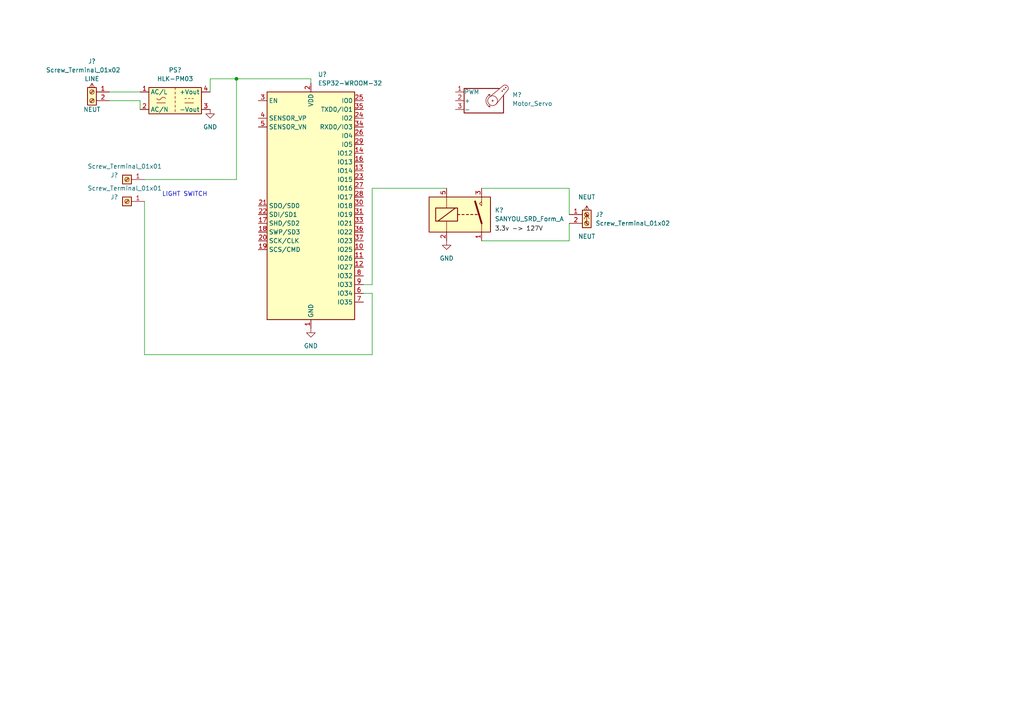
<source format=kicad_sch>
(kicad_sch (version 20211123) (generator eeschema)
  (paper "A4")
  (lib_symbols
    (symbol "Connector:Screw_Terminal_01x01" (pin_names (offset 1.016) hide)
      (property "Reference" "J" (at 0 2.54 0))
      (property "Value" "Screw_Terminal_01x01" (at 0 -2.54 0))
      (symbol "Screw_Terminal_01x01_1_1"
        (rectangle (start -1.27 1.27) (end 1.27 -1.27) (stroke (width 0.254)) (fill (type background)))
        (polyline (pts (xy -0.5334 0.3302) (xy 0.3302 -0.508)) (stroke (width 0.1524)))
        (polyline (pts (xy -0.3556 0.508) (xy 0.508 -0.3302)) (stroke (width 0.1524)))
        (circle (center 0 0) (radius 0.635) (stroke (width 0.1524)))
        (pin passive line (at -5.08 0 0) (length 3.81) (name "Pin_1") (number "1"))
      )
    )
    (symbol "Connector:Screw_Terminal_01x02" (pin_names (offset 1.016) hide)
      (property "Reference" "J" (at 0 2.54 0))
      (property "Value" "Screw_Terminal_01x02" (at 0 -5.08 0))
      (symbol "Screw_Terminal_01x02_1_1"
        (rectangle (start -1.27 1.27) (end 1.27 -3.81) (stroke (width 0.254)) (fill (type background)))
        (circle (center 0 -2.54) (radius 0.635) (stroke (width 0.1524)))
        (polyline (pts (xy -0.5334 -2.2098) (xy 0.3302 -3.048)) (stroke (width 0.1524)))
        (polyline (pts (xy -0.5334 0.3302) (xy 0.3302 -0.508)) (stroke (width 0.1524)))
        (polyline (pts (xy -0.3556 -2.032) (xy 0.508 -2.8702)) (stroke (width 0.1524)))
        (polyline (pts (xy -0.3556 0.508) (xy 0.508 -0.3302)) (stroke (width 0.1524)))
        (circle (center 0 0) (radius 0.635) (stroke (width 0.1524)))
        (pin passive line (at -5.08 0 0) (length 3.81) (name "Pin_1") (number "1"))
        (pin passive line (at -5.08 -2.54 0) (length 3.81) (name "Pin_2") (number "2"))
      )
    )
    (symbol "Converter_ACDC:HLK-PM03"
      (property "Reference" "PS" (at 0 5.08 0))
      (property "Value" "HLK-PM03" (at 0 -5.08 0))
      (symbol "HLK-PM03_0_1"
        (rectangle (start -7.62 3.81) (end 7.62 -3.81) (stroke (width 0.254)) (fill (type background)))
        (arc (start -5.334 0.635) (mid -4.699 0.2495) (end -4.064 0.635))
        (arc (start -2.794 0.635) (mid -3.429 1.0072) (end -4.064 0.635))
        (polyline (pts (xy -5.334 -0.635) (xy -2.794 -0.635)))
        (polyline (pts (xy 0 -2.54) (xy 0 -3.175)))
        (polyline (pts (xy 0 -1.27) (xy 0 -1.905)))
        (polyline (pts (xy 0 0) (xy 0 -0.635)))
        (polyline (pts (xy 0 1.27) (xy 0 0.635)))
        (polyline (pts (xy 0 2.54) (xy 0 1.905)))
        (polyline (pts (xy 0 3.81) (xy 0 3.175)))
        (polyline (pts (xy 2.794 -0.635) (xy 5.334 -0.635)))
        (polyline (pts (xy 2.794 0.635) (xy 3.302 0.635)))
        (polyline (pts (xy 3.81 0.635) (xy 4.318 0.635)))
        (polyline (pts (xy 4.826 0.635) (xy 5.334 0.635)))
      )
      (symbol "HLK-PM03_1_1"
        (pin power_in line (at -10.16 2.54 0) (length 2.54) (name "AC/L") (number "1"))
        (pin power_in line (at -10.16 -2.54 0) (length 2.54) (name "AC/N") (number "2"))
        (pin power_out line (at 10.16 -2.54 180) (length 2.54) (name "-Vout") (number "3"))
        (pin power_out line (at 10.16 2.54 180) (length 2.54) (name "+Vout") (number "4"))
      )
    )
    (symbol "Motor:Motor_Servo" (pin_names (offset 0.0254))
      (property "Reference" "M" (at -5.08 4.445 0))
      (property "Value" "Motor_Servo" (at -5.08 -4.064 0))
      (symbol "Motor_Servo_0_1"
        (polyline (pts (xy 2.413 -1.778) (xy 2.032 -1.778)))
        (polyline (pts (xy 2.413 -1.778) (xy 2.286 -1.397)))
        (polyline (pts (xy 2.413 1.778) (xy 1.905 1.778)))
        (polyline (pts (xy 2.413 1.778) (xy 2.286 1.397)))
        (polyline (pts (xy 6.35 4.445) (xy 2.54 1.27)))
        (polyline (pts (xy 7.62 3.175) (xy 4.191 -1.016)))
        (polyline (pts (xy 5.08 3.556) (xy -5.08 3.556) (xy -5.08 -3.556) (xy 6.35 -3.556) (xy 6.35 1.524)) (stroke (width 0.254)))
        (arc (start 2.413 1.778) (mid 1.2406 0) (end 2.413 -1.778))
        (circle (center 3.175 0) (radius 0.1778))
        (circle (center 3.175 0) (radius 1.4224))
        (circle (center 5.969 2.794) (radius 0.127))
        (circle (center 6.477 3.302) (radius 0.127))
        (circle (center 6.985 3.81) (radius 0.127))
        (arc (start 7.62 3.175) (mid 7.4485 4.2735) (end 6.35 4.445))
      )
      (symbol "Motor_Servo_1_1"
        (pin passive line (at -7.62 2.54 0) (length 2.54) (name "PWM") (number "1"))
        (pin passive line (at -7.62 0 0) (length 2.54) (name "+") (number "2"))
        (pin passive line (at -7.62 -2.54 0) (length 2.54) (name "-") (number "3"))
      )
    )
    (symbol "RF_Module:ESP32-WROOM-32"
      (property "Reference" "U" (at -12.7 34.29 0))
      (property "Value" "ESP32-WROOM-32" (at 1.27 34.29 0))
      (symbol "ESP32-WROOM-32_0_1"
        (rectangle (start -12.7 33.02) (end 12.7 -33.02) (stroke (width 0.254)) (fill (type background)))
      )
      (symbol "ESP32-WROOM-32_1_1"
        (pin power_in line (at 0 -35.56 90) (length 2.54) (name "GND") (number "1"))
        (pin bidirectional line (at 15.24 -12.7 180) (length 2.54) (name "IO25") (number "10"))
        (pin bidirectional line (at 15.24 -15.24 180) (length 2.54) (name "IO26") (number "11"))
        (pin bidirectional line (at 15.24 -17.78 180) (length 2.54) (name "IO27") (number "12"))
        (pin bidirectional line (at 15.24 10.16 180) (length 2.54) (name "IO14") (number "13"))
        (pin bidirectional line (at 15.24 15.24 180) (length 2.54) (name "IO12") (number "14"))
        (pin passive line (at 0 -35.56 90) (length 2.54) hide (name "GND") (number "15"))
        (pin bidirectional line (at 15.24 12.7 180) (length 2.54) (name "IO13") (number "16"))
        (pin bidirectional line (at -15.24 -5.08 0) (length 2.54) (name "SHD/SD2") (number "17"))
        (pin bidirectional line (at -15.24 -7.62 0) (length 2.54) (name "SWP/SD3") (number "18"))
        (pin bidirectional line (at -15.24 -12.7 0) (length 2.54) (name "SCS/CMD") (number "19"))
        (pin power_in line (at 0 35.56 270) (length 2.54) (name "VDD") (number "2"))
        (pin bidirectional line (at -15.24 -10.16 0) (length 2.54) (name "SCK/CLK") (number "20"))
        (pin bidirectional line (at -15.24 0 0) (length 2.54) (name "SDO/SD0") (number "21"))
        (pin bidirectional line (at -15.24 -2.54 0) (length 2.54) (name "SDI/SD1") (number "22"))
        (pin bidirectional line (at 15.24 7.62 180) (length 2.54) (name "IO15") (number "23"))
        (pin bidirectional line (at 15.24 25.4 180) (length 2.54) (name "IO2") (number "24"))
        (pin bidirectional line (at 15.24 30.48 180) (length 2.54) (name "IO0") (number "25"))
        (pin bidirectional line (at 15.24 20.32 180) (length 2.54) (name "IO4") (number "26"))
        (pin bidirectional line (at 15.24 5.08 180) (length 2.54) (name "IO16") (number "27"))
        (pin bidirectional line (at 15.24 2.54 180) (length 2.54) (name "IO17") (number "28"))
        (pin bidirectional line (at 15.24 17.78 180) (length 2.54) (name "IO5") (number "29"))
        (pin input line (at -15.24 30.48 0) (length 2.54) (name "EN") (number "3"))
        (pin bidirectional line (at 15.24 0 180) (length 2.54) (name "IO18") (number "30"))
        (pin bidirectional line (at 15.24 -2.54 180) (length 2.54) (name "IO19") (number "31"))
        (pin no_connect line (at -12.7 -27.94 0) (length 2.54) hide (name "NC") (number "32"))
        (pin bidirectional line (at 15.24 -5.08 180) (length 2.54) (name "IO21") (number "33"))
        (pin bidirectional line (at 15.24 22.86 180) (length 2.54) (name "RXD0/IO3") (number "34"))
        (pin bidirectional line (at 15.24 27.94 180) (length 2.54) (name "TXD0/IO1") (number "35"))
        (pin bidirectional line (at 15.24 -7.62 180) (length 2.54) (name "IO22") (number "36"))
        (pin bidirectional line (at 15.24 -10.16 180) (length 2.54) (name "IO23") (number "37"))
        (pin passive line (at 0 -35.56 90) (length 2.54) hide (name "GND") (number "38"))
        (pin passive line (at 0 -35.56 90) (length 2.54) hide (name "GND") (number "39"))
        (pin input line (at -15.24 25.4 0) (length 2.54) (name "SENSOR_VP") (number "4"))
        (pin input line (at -15.24 22.86 0) (length 2.54) (name "SENSOR_VN") (number "5"))
        (pin input line (at 15.24 -25.4 180) (length 2.54) (name "IO34") (number "6"))
        (pin input line (at 15.24 -27.94 180) (length 2.54) (name "IO35") (number "7"))
        (pin bidirectional line (at 15.24 -20.32 180) (length 2.54) (name "IO32") (number "8"))
        (pin bidirectional line (at 15.24 -22.86 180) (length 2.54) (name "IO33") (number "9"))
      )
    )
    (symbol "Relay:SANYOU_SRD_Form_A"
      (property "Reference" "K" (at 8.89 3.81 0))
      (property "Value" "SANYOU_SRD_Form_A" (at 8.89 1.27 0))
      (symbol "SANYOU_SRD_Form_A_0_0"
        (polyline (pts (xy 5.08 5.08) (xy 5.08 2.54) (xy 4.445 3.175) (xy 5.08 3.81)))
      )
      (symbol "SANYOU_SRD_Form_A_0_1"
        (rectangle (start -10.16 5.08) (end 7.62 -5.08) (stroke (width 0.254)) (fill (type background)))
        (rectangle (start -8.255 1.905) (end -1.905 -1.905) (stroke (width 0.254)))
        (polyline (pts (xy -7.62 -1.905) (xy -2.54 1.905)) (stroke (width 0.254)))
        (polyline (pts (xy -5.08 -5.08) (xy -5.08 -1.905)))
        (polyline (pts (xy -5.08 5.08) (xy -5.08 1.905)))
        (polyline (pts (xy -1.905 0) (xy -1.27 0)) (stroke (width 0.254)))
        (polyline (pts (xy -0.635 0) (xy 0 0)) (stroke (width 0.254)))
        (polyline (pts (xy 0.635 0) (xy 1.27 0)) (stroke (width 0.254)))
        (polyline (pts (xy 1.905 0) (xy 2.54 0)) (stroke (width 0.254)))
        (polyline (pts (xy 3.175 0) (xy 3.81 0)) (stroke (width 0.254)))
        (polyline (pts (xy 5.08 -2.54) (xy 3.175 3.81)) (stroke (width 0.508)))
        (polyline (pts (xy 5.08 -2.54) (xy 5.08 -5.08)))
      )
      (symbol "SANYOU_SRD_Form_A_1_1"
        (pin passive line (at 5.08 -7.62 90) (length 2.54) (name "~") (number "1"))
        (pin passive line (at -5.08 -7.62 90) (length 2.54) (name "~") (number "2"))
        (pin passive line (at 5.08 7.62 270) (length 2.54) (name "~") (number "3"))
        (pin passive line (at -5.08 7.62 270) (length 2.54) (name "~") (number "5"))
      )
    )
    (symbol "power:GND" (power) (pin_names (offset 0))
      (property "Value" "GND" (at 0 -3.81 0))
      (symbol "GND_0_1"
        (polyline (pts (xy 0 0) (xy 0 -1.27) (xy 1.27 -1.27) (xy 0 -2.54) (xy -1.27 -1.27) (xy 0 -1.27)))
      )
      (symbol "GND_1_1"
        (pin power_in line (at 0 0 270) (length 0) hide (name "GND") (number "1"))
      )
    )
    (symbol "power:LINE" (power) (pin_names (offset 0))
      (property "Value" "LINE" (at 0 3.81 0))
      (symbol "LINE_0_1"
        (polyline (pts (xy -0.762 1.27) (xy 0 2.54)))
        (polyline (pts (xy 0 0) (xy 0 2.54)))
        (polyline (pts (xy 0 2.54) (xy 0.762 1.27)))
      )
      (symbol "LINE_1_1"
        (pin power_in line (at 0 0 90) (length 0) hide (name "LINE") (number "1"))
      )
    )
    (symbol "power:NEUT" (power) (pin_names (offset 0))
      (property "Value" "NEUT" (at 0 3.81 0))
      (symbol "NEUT_0_1"
        (polyline (pts (xy -0.762 1.27) (xy 0 2.54)))
        (polyline (pts (xy 0 0) (xy 0 2.54)))
        (polyline (pts (xy 0 2.54) (xy 0.762 1.27)))
      )
      (symbol "NEUT_1_1"
        (pin power_in line (at 0 0 90) (length 0) hide (name "NEUT") (number "1"))
      )
    )
  )
  (junction (at 68.58 22.86))
  (wire (pts (xy 90.17 22.86) (xy 90.17 24.13)))
  (wire (pts (xy 68.58 22.86) (xy 68.58 52.07)))
  (wire (pts (xy 68.58 22.86) (xy 90.17 22.86)))
  (wire (pts (xy 165.1 54.61) (xy 139.7 54.61)))
  (wire (pts (xy 165.1 69.85) (xy 139.7 69.85)))
  (wire (pts (xy 107.95 54.61) (xy 107.95 82.55)))
  (wire (pts (xy 165.1 64.77) (xy 165.1 69.85)))
  (wire (pts (xy 129.54 54.61) (xy 107.95 54.61)))
  (wire (pts (xy 31.75 29.21) (xy 40.64 29.21)))
  (wire (pts (xy 60.96 26.67) (xy 60.96 22.86)))
  (wire (pts (xy 31.75 26.67) (xy 40.64 26.67)))
  (wire (pts (xy 60.96 22.86) (xy 68.58 22.86)))
  (wire (pts (xy 105.41 85.09) (xy 107.95 85.09)))
  (wire (pts (xy 165.1 62.23) (xy 165.1 54.61)))
  (wire (pts (xy 107.95 82.55) (xy 105.41 82.55)))
  (wire (pts (xy 107.95 85.09) (xy 107.95 102.87)))
  (wire (pts (xy 68.58 52.07) (xy 41.91 52.07)))
  (wire (pts (xy 107.95 102.87) (xy 41.91 102.87)))
  (wire (pts (xy 41.91 102.87) (xy 41.91 58.42)))
  (wire (pts (xy 40.64 29.21) (xy 40.64 31.75)))
  (text "LIGHT SWITCH" (at 46.99 57.15 0) (effects (font (size 1.27 1.27)) (justify left bottom)))
  (label "3.3v -> 127V" (at 143.51 67.31 0))
  (symbol (lib_id "power:GND") (at 90.17 95.25 0) (unit 1)
    (property "Reference" "#PWR?" (effects hide))
    (property "Value" "GND" (at 90.17 100.33 0))
  )
  (symbol (lib_id "Motor:Motor_Servo") (at 139.7 29.21 0) (unit 1)
    (property "Reference" "M?" (at 148.59 27.5065 0) (effects (justify left)))
    (property "Value" "Motor_Servo" (at 148.59 30.0465 0) (effects (justify left)))
    (property "Datasheet" "http://forums.parallax.com/uploads/attachments/46831/74481.png" (effects hide))
  )
  (symbol (lib_id "power:NEUT") (at 170.18 62.23 0) (unit 1)
    (property "Reference" "#PWR?" (effects hide))
    (property "Value" "NEUT" (at 170.18 57.15 0))
  )
  (symbol (lib_id "Relay:SANYOU_SRD_Form_A") (at 134.62 62.23 0) (unit 1)
    (property "Reference" "K?" (at 143.51 60.9599 0) (effects (justify left)))
    (property "Value" "SANYOU_SRD_Form_A" (at 143.51 63.4999 0) (effects (justify left)))
    (property "Footprint" "Relay_THT:Relay_SPST_SANYOU_SRD_Series_Form_A" (effects hide))
    (property "Datasheet" "http://www.sanyourelay.ca/public/products/pdf/SRD.pdf" (effects hide))
  )
  (symbol (lib_id "Connector:Screw_Terminal_01x01") (at 36.83 58.42 0) (mirror y) (unit 1)
    (property "Reference" "J?" (at 34.29 57.1499 0) (effects (justify left)))
    (property "Value" "Screw_Terminal_01x01" (at 46.99 54.61 0) (effects (justify left)))
  )
  (symbol (lib_id "Connector:Screw_Terminal_01x02") (at 170.18 62.23 0) (unit 1)
    (property "Reference" "J?" (at 172.72 62.2299 0) (effects (justify left)))
    (property "Value" "Screw_Terminal_01x02" (at 172.72 64.7699 0) (effects (justify left)))
  )
  (symbol (lib_id "power:GND") (at 129.54 69.85 0) (unit 1)
    (property "Reference" "#PWR?" (effects hide))
    (property "Value" "GND" (at 129.54 74.93 0))
  )
  (symbol (lib_id "RF_Module:ESP32-WROOM-32") (at 90.17 59.69 0) (unit 1)
    (property "Reference" "U?" (at 92.1894 21.59 0) (effects (justify left)))
    (property "Value" "ESP32-WROOM-32" (at 92.1894 24.13 0) (effects (justify left)))
    (property "Footprint" "RF_Module:ESP32-WROOM-32" (effects hide))
    (property "Datasheet" "https://www.espressif.com/sites/default/files/documentation/esp32-wroom-32_datasheet_en.pdf" (effects hide))
  )
  (symbol (lib_id "power:NEUT") (at 170.18 64.77 0) (unit 1)
    (property "Reference" "#PWR?" (effects hide))
    (property "Value" "NEUT" (at 170.18 68.58 0))
  )
  (symbol (lib_id "power:GND") (at 60.96 31.75 0) (unit 1)
    (property "Reference" "#PWR?" (effects hide))
    (property "Value" "GND" (at 60.96 36.83 0))
  )
  (symbol (lib_id "power:NEUT") (at 26.67 29.21 0) (unit 1)
    (property "Reference" "#PWR?" (effects hide))
    (property "Value" "NEUT" (at 26.67 31.75 0))
  )
  (symbol (lib_id "power:LINE") (at 26.67 26.67 0) (unit 1)
    (property "Reference" "#PWR?" (effects hide))
    (property "Value" "LINE" (at 26.67 22.86 0))
  )
  (symbol (lib_id "Connector:Screw_Terminal_01x02") (at 26.67 26.67 0) (mirror y) (unit 1)
    (property "Reference" "J?" (at 26.67 17.78 0))
    (property "Value" "Screw_Terminal_01x02" (at 24.13 20.32 0))
  )
  (symbol (lib_id "Converter_ACDC:HLK-PM03") (at 50.8 29.21 0) (unit 1)
    (property "Reference" "PS?" (at 50.8 20.32 0))
    (property "Value" "HLK-PM03" (at 50.8 22.86 0))
    (property "Footprint" "Converter_ACDC:Converter_ACDC_HiLink_HLK-PMxx" (effects hide))
    (property "Datasheet" "http://www.hlktech.net/product_detail.php?ProId=59" (effects hide))
  )
  (symbol (lib_id "Connector:Screw_Terminal_01x01") (at 36.83 52.07 0) (mirror y) (unit 1)
    (property "Reference" "J?" (at 34.29 50.7999 0) (effects (justify left)))
    (property "Value" "Screw_Terminal_01x01" (at 46.99 48.26 0) (effects (justify left)))
  )
)
</source>
